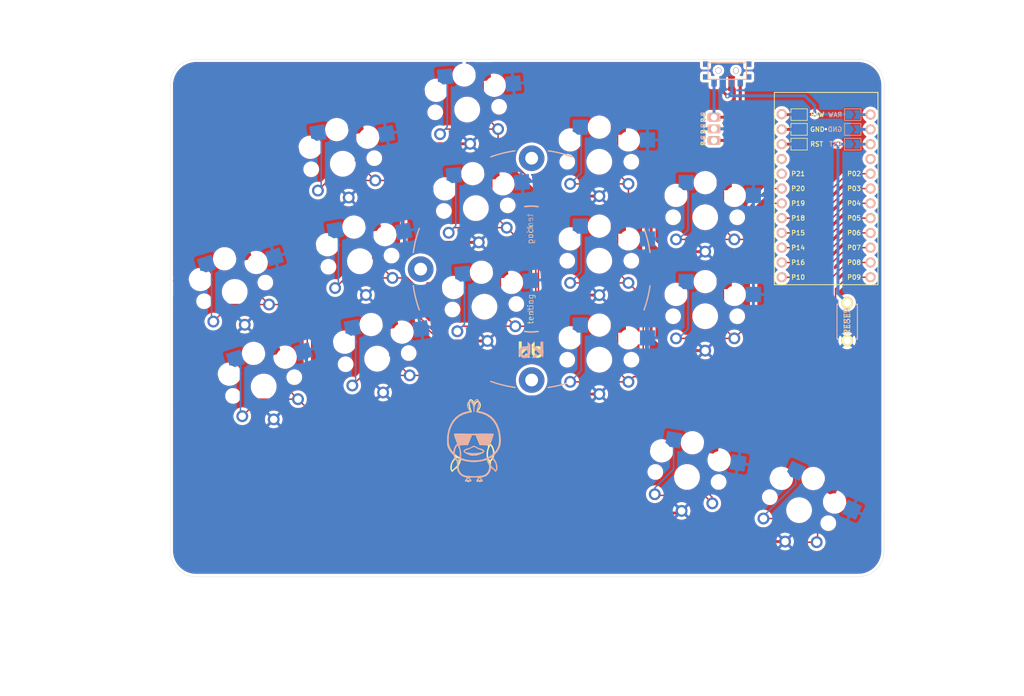
<source format=kicad_pcb>
(kicad_pcb (version 20211014) (generator pcbnew)
  (title_block (title "board") (rev "v1.0.0") (company "Unknown"))
  (layers (0 "F.Cu" signal) (31 "B.Cu" signal) (34 "B.Paste" user) (35 "F.Paste" user) (36 "B.SilkS" user "B.Silkscreen") (37 "F.SilkS" user "F.Silkscreen") (38 "B.Mask" user) (39 "F.Mask" user) (44 "Edge.Cuts" user))
  (net 0 "")
  (net 1 "P6")
  (net 2 "GND")
  (net 3 "P5")
  (net 4 "P4")
  (net 5 "P3")
  (net 6 "P2")
  (net 7 "P18")
  (net 8 "P15")
  (net 9 "P14")
  (net 10 "P16")
  (net 11 "P10")
  (net 12 "P19")
  (net 13 "P20")
  (net 14 "P21")
  (net 15 "P7")
  (net 16 "P8")
  (net 17 "P9")
  (net 18 "RAW")
  (net 19 "RST")
  (net 20 "Braw")
  (footprint "kbd:ResetSW" (layer "F.Cu") (at 157.969791 -77.623254 90)
    (fp_text reference "B1" hide)
    (fp_text value "")
  )
  (footprint "Alaa:choc_hotswap_key" (layer "F.Cu") (at 71.38711 -104.745067 10)
    (fp_text reference "S11" hide)
    (fp_text value "" hide)
  )
  (footprint "Alaa:choc_hotswap_key" (layer "F.Cu") (at 94.221643 -97.114167 5)
    (fp_text reference "S15" hide)
    (fp_text value "" hide)
  )
  (footprint "Alaa:choc_hotswap_key" (layer "F.Cu") (at 115.424791 -88.077254)
    (fp_text reference "S21" hide)
    (fp_text value "" hide)
  )
  (footprint "E73:SPDT_C128955" (layer "F.Cu") (at 137.368406 -120.751838)
    (fp_text reference "T1" hide)
    (fp_text value "" hide)
  )
  (footprint "E73:SPDT_C128955" (layer "F.Cu") (at 137.368406 -120.751838)
    (fp_text reference "T2" hide)
    (fp_text value "" hide)
  )
  (footprint "Alaa:choc_hotswap_key" (layer "F.Cu") (at 133.599495 -95.544491)
    (fp_text reference "S29" hide)
    (fp_text value "" hide)
  )
  (footprint "LOGO" (layer "F.Cu") (at 93.819755 -55.859733)
    (fp_text reference "G***" hide)
    (fp_text value "LOGO" hide)
  )
  (footprint "Alaa:choc_hotswap_key" (layer "F.Cu") (at 149.714791 -45.238254 -24)
    (fp_text reference "S33" hide)
    (fp_text value "" hide)
  )
  (footprint "Alaa:choc_hotswap_key" (layer "F.Cu") (at 77.291148 -71.261603 10)
    (fp_text reference "S7" hide)
    (fp_text value "" hide)
  )
  (footprint "lib:bat" (layer "F.Cu") (at 135.109791 -110.738254 -90)
    (fp_text reference "PAD1" hide)
    (fp_text value "" hide)
  )
  (footprint "Alaa:choc_hotswap_key" (layer "F.Cu") (at 52.842259 -82.729963 17)
    (fp_text reference "S5" hide)
    (fp_text value "" hide)
  )
  (footprint "Alaa:choc_hotswap_key" (layer "F.Cu") (at 133.599495 -78.544491)
    (fp_text reference "S27" hide)
    (fp_text value "" hide)
  )
  (footprint "Alaa:choc_hotswap_key" (layer "F.Cu") (at 74.339129 -88.003335 10)
    (fp_text reference "S9" hide)
    (fp_text value "" hide)
  )
  (footprint "Alaa:choc_hotswap_key" (layer "F.Cu") (at 95.703291 -80.178857 5)
    (fp_text reference "S13" hide)
    (fp_text value "" hide)
  )
  (footprint "Alaa:choc_hotswap_key" (layer "F.Cu") (at 92.739996 -114.049477 5)
    (fp_text reference "S17" hide)
    (fp_text value "" hide)
  )
  (footprint "Alaa:choc_hotswap_key" (layer "F.Cu") (at 130.476118 -50.937009 -9)
    (fp_text reference "S31" hide)
    (fp_text value "" hide)
  )
  (footprint "ProMicro" (layer "F.Cu") (at 154.357213 -99.213254 -90)
    (fp_text reference "MCU1" hide)
    (fp_text value "" hide)
  )
  (footprint "Alaa:choc_hotswap_key" (layer "F.Cu") (at 57.812578 -66.472782 17)
    (fp_text reference "S3" hide)
    (fp_text value "" hide)
  )
  (footprint "Alaa:Tenting_Puck_3_Holes" (layer "F.Cu") (at 103.810924 -86.640254)
    (fp_text reference "REF**")
    (fp_text value "Tenting Puck")
  )
  (footprint "Alaa:choc_hotswap_key" (layer "F.Cu") (at 115.424791 -105.077254)
    (fp_text reference "S23" hide)
    (fp_text value "" hide)
  )
  (footprint "Alaa:choc_hotswap_key" (layer "F.Cu") (at 115.424791 -71.077254)
    (fp_text reference "S19" hide)
    (fp_text value "" hide)
  )
  (footprint "LOGO" (layer "B.Cu") (at 93.98 -55.88 180)
    (fp_text reference "G***" hide)
    (fp_text value "LOGO" hide)
  )
  (gr_line (start 164.316185 -38.254903) (end 164.319791 -118.263254) (layer "Edge.Cuts") (width 0.05))
  (gr_arc (start 46.209791 -33.808254) (mid 43.066701 -35.110164) (end 41.764791 -38.253254) (layer "Edge.Cuts") (width 0.05))
  (gr_arc (start 159.874791 -122.708254) (mid 163.017881 -121.406344) (end 164.319791 -118.263254) (layer "Edge.Cuts") (width 0.05))
  (gr_line (start 46.209791 -33.808254) (end 159.871185 -33.809903) (layer "Edge.Cuts") (width 0.05))
  (gr_line (start 41.761149 -118.266118) (end 41.764791 -38.253254) (layer "Edge.Cuts") (width 0.05))
  (gr_line (start 159.874791 -122.708254) (end 46.206149 -122.711118) (layer "Edge.Cuts") (width 0.05))
  (gr_arc (start 41.761149 -118.266118) (mid 43.063059 -121.409208) (end 46.206149 -122.711118) (layer "Edge.Cuts") (width 0.05))
  (gr_arc (start 164.316185 -38.254903) (mid 163.014275 -35.111813) (end 159.871185 -33.809903) (layer "Edge.Cuts") (width 0.05))
  (segment (start 65.297412 -69.322588) (end 65.297412 -78.74) (width 0.25) (layer "F.Cu") (net 1))
  (segment (start 119.874808 -60.292774) (end 109.514989 -60.292774) (width 0.25) (layer "F.Cu") (net 1))
  (segment (start 58.734795 -80.557863) (end 52.095465 -80.557863) (width 0.25) (layer "F.Cu") (net 1))
  (segment (start 106.339988 -63.467774) (end 101.640989 -63.467774) (width 0.25) (layer "F.Cu") (net 1))
  (segment (start 89.562066 -72.037521) (end 81.024544 -63.5) (width 0.25) (layer "F.Cu") (net 1))
  (segment (start 54.234545 -89.377494) (end 54.234545 -85.058113) (width 0.25) (layer "F.Cu") (net 1))
  (segment (start 52.095465 -80.557863) (end 49.171748 -77.634146) (width 0.25) (layer "F.Cu") (net 1))
  (segment (start 65.297412 -78.74) (end 63.479549 -80.557863) (width 0.25) (layer "F.Cu") (net 1))
  (segment (start 54.234545 -85.058113) (end 58.734795 -80.557863) (width 0.25) (layer "F.Cu") (net 1))
  (segment (start 157.969791 -92.863254) (end 154.628374 -89.521837) (width 0.25) (layer "F.Cu") (net 1))
  (segment (start 161.977213 -92.863254) (end 157.969791 -92.863254) (width 0.25) (layer "F.Cu") (net 1))
  (segment (start 109.514989 -60.292774) (end 106.339988 -63.467774) (width 0.25) (layer "F.Cu") (net 1))
  (segment (start 124.592825 -65.010791) (end 119.874808 -60.292774) (width 0.25) (layer "F.Cu") (net 1))
  (segment (start 71.12 -63.5) (end 65.297412 -69.322588) (width 0.25) (layer "F.Cu") (net 1))
  (segment (start 154.628374 -89.521837) (end 154.628374 -72.346106) (width 0.25) (layer "F.Cu") (net 1))
  (segment (start 147.293059 -65.010791) (end 124.592825 -65.010791) (width 0.25) (layer "F.Cu") (net 1))
  (segment (start 81.024544 -63.5) (end 71.12 -63.5) (width 0.25) (layer "F.Cu") (net 1))
  (segment (start 63.479549 -80.557863) (end 58.734795 -80.557863) (width 0.25) (layer "F.Cu") (net 1))
  (segment (start 154.628374 -72.346106) (end 147.293059 -65.010791) (width 0.25) (layer "F.Cu") (net 1))
  (segment (start 101.640989 -63.467774) (end 93.071241 -72.037521) (width 0.25) (layer "F.Cu") (net 1))
  (segment (start 93.071241 -72.037521) (end 89.562066 -72.037521) (width 0.25) (layer "F.Cu") (net 1))
  (segment (start 47.655954 -88.184596) (end 48.856953 -86.983597) (width 0.25) (layer "B.Cu") (net 1))
  (segment (start 48.856953 -86.983597) (end 48.856953 -78.356283) (width 0.25) (layer "B.Cu") (net 1))
  (segment (start 122.409791 -55.455499) (end 122.889627 -55.935335) (width 0.5) (layer "F.Cu") (net 2))
  (segment (start 141.459791 -49.809121) (end 143.680465 -52.029795) (width 0.5) (layer "F.Cu") (net 2))
  (segment (start 108.167264 -73.809781) (end 107.149791 -74.827254) (width 0.5) (layer "F.Cu") (net 2))
  (segment (start 63.384822 -105.421809) (end 62.586645 -106.219986) (width 0.5) (layer "F.Cu") (net 2))
  (segment (start 96.21751 -74.301308) (end 89.760656 -74.301308) (width 0.5) (layer "F.Cu") (net 2))
  (segment (start 133.599495 -89.644491) (end 127.233116 -89.644491) (width 0.5) (layer "F.Cu") (net 2))
  (segment (start 63.384822 -100.80225) (end 63.384822 -105.421809) (width 0.5) (layer "F.Cu") (net 2))
  (segment (start 127.872013 -72.644491) (end 125.324495 -75.192009) (width 0.5) (layer "F.Cu") (net 2))
  (segment (start 75.363653 -82.192969) (end 74.347654 -81.17697) (width 0.5) (layer "F.Cu") (net 2))
  (segment (start 115.424791 -65.177254) (end 109.829464 -65.177254) (width 0.5) (layer "F.Cu") (net 2))
  (segment (start 125.324495 -91.553112) (end 125.324495 -99.294491) (width 0.5) (layer "F.Cu") (net 2))
  (segment (start 108.167264 -66.839454) (end 108.167264 -73.809781) (width 0.5) (layer "F.Cu") (net 2))
  (segment (start 62.586645 -106.219986) (end 62.586645 -107.001157) (width 0.5) (layer "F.Cu") (net 2))
  (segment (start 66.26837 -97.918702) (end 63.384822 -100.80225) (width 0.5) (layer "F.Cu") (net 2))
  (segment (start 74.347654 -81.17697) (end 68.485407 -81.17697) (width 0.5) (layer "F.Cu") (net 2))
  (segment (start 71.813295 -64.435238) (end 68.490683 -67.75785) (width 0.5) (layer "F.Cu") (net 2))
  (segment (start 141.459791 -42.698254) (end 141.459791 -49.809121) (width 0.5) (layer "F.Cu") (net 2))
  (segment (start 89.760656 -74.301308) (end 87.132946 -76.929018) (width 0.5) (layer "F.Cu") (net 2))
  (segment (start 109.829464 -65.177254) (end 108.167264 -66.839454) (width 0.5) (layer "F.Cu") (net 2))
  (segment (start 49.917361 -65.987885) (end 48.802762 -67.102484) (width 0.5) (layer "F.Cu") (net 2))
  (segment (start 59.537571 -60.830584) (end 58.196209 -59.489222) (width 0.5) (layer "F.Cu") (net 2))
  (segment (start 77.299673 -64.435238) (end 71.813295 -64.435238) (width 0.5) (layer "F.Cu") (net 2))
  (segment (start 115.424791 -82.177254) (end 108.987449 -82.177254) (width 0.5) (layer "F.Cu") (net 2))
  (segment (start 124.609447 -44.744455) (end 122.409791 -46.944111) (width 0.5) (layer "F.Cu") (net 2))
  (segment (start 78.315672 -65.451237) (end 77.299673 -64.435238) (width 0.5) (layer "F.Cu") (net 2))
  (segment (start 58.196209 -59.489222) (end 53.137791 -59.489222) (width 0.5) (layer "F.Cu") (net 2))
  (segment (start 71.395635 -97.918702) (end 66.26837 -97.918702) (width 0.5) (layer "F.Cu") (net 2))
  (segment (start 53.137791 -59.489222) (end 49.917361 -62.709652) (width 0.5) (layer "F.Cu") (net 2))
  (segment (start 115.424791 -99.177254) (end 109.579975 -99.177254) (width 0.5) (layer "F.Cu") (net 2))
  (segment (start 133.599495 -72.644491) (end 127.872013 -72.644491) (width 0.5) (layer "F.Cu") (net 2))
  (segment (start 86.601289 -108.171928) (end 86.570217 -108.140856) (width 0.5) (layer "F.Cu") (net 2))
  (segment (start 93.254215 -108.171928) (end 86.601289 -108.171928) (width 0.5) (layer "F.Cu") (net 2))
  (segment (start 68.485407 -81.17697) (end 65.538664 -84.123713) (width 0.5) (layer "F.Cu") (net 2))
  (segment (start 85.651298 -93.599163) (end 85.651298 -100.128683) (width 0.5) (layer "F.Cu") (net 2))
  (segment (start 65.538664 -84.123713) (end 65.538664 -90.259425) (width 0.5) (layer "F.Cu") (net 2))
  (segment (start 48.802762 -67.102484) (end 48.802762 -67.639549) (width 0.5) (layer "F.Cu") (net 2))
  (segment (start 147.315045 -39.848335) (end 144.30971 -39.848335) (width 0.5) (layer "F.Cu") (net 2))
  (segment (start 154.256703 -110.643254) (end 150.44369 -110.643254) (width 0.5) (layer "F.Cu") (net 2))
  (segment (start 122.409791 -46.944111) (end 122.409791 -55.455499) (width 0.5) (layer "F.Cu") (net 2))
  (segment (start 108.167264 -74.406264) (end 107.149791 -75.423737) (width 0.5) (layer "F.Cu") (net 2))
  (segment (start 109.579975 -99.177254) (end 107.14979 -101.607439) (width 0.5) (layer "F.Cu") (net 2))
  (segment (start 94.735862 -91.236618) (end 88.013843 -91.236618) (width 0.5) (layer "F.Cu") (net 2))
  (segment (start 48.232895 -75.218284) (end 44.864298 -78.586881) (width 0.5) (layer "F.Cu") (net 2))
  (segment (start 87.132946 -76.929018) (end 87.132946 -83.193373) (width 0.5) (layer "F.Cu") (net 2))
  (segment (start 129.187964 -44.744455) (end 124.609447 -44.744455) (width 0.5) (layer "F.Cu") (net 2))
  (segment (start 88.013843 -91.236618) (end 85.651298 -93.599163) (width 0.5) (layer "F.Cu") (net 2))
  (segment (start 108.987449 -82.177254) (end 107.149791 -84.014912) (width 0.5) (layer "F.Cu") (net 2))
  (segment (start 154.304587 -110.691138) (end 154.256703 -110.643254) (width 0.5) (layer "F.Cu") (net 2))
  (segment (start 127.233116 -89.644491) (end 125.324495 -91.553112) (width 0.5) (layer "F.Cu") (net 2))
  (segment (start 44.864298 -78.586881) (end 44.864298 -82.864875) (width 0.5) (layer "F.Cu") (net 2))
  (segment (start 86.570217 -108.140856) (end 84.169651 -110.541422) (width 0.5) (layer "F.Cu") (net 2))
  (segment (start 144.30971 -39.848335) (end 141.459791 -42.698254) (width 0.5) (layer "F.Cu") (net 2))
  (segment (start 54.567252 -77.087765) (end 52.697771 -75.218284) (width 0.5) (layer "F.Cu") (net 2))
  (segment (start 72.411634 -98.934701) (end 71.395635 -97.918702) (width 0.5) (layer "F.Cu") (net 2))
  (segment (start 107.149791 -84.014912) (end 107.14979 -91.827254) (width 0.5) (layer "F.Cu") (net 2))
  (segment (start 68.490683 -67.75785) (end 68.490683 -73.517693) (width 0.5) (layer "F.Cu") (net 2))
  (segment (start 52.697771 -75.218284) (end 48.232895 -75.218284) (width 0.5) (layer "F.Cu") (net 2))
  (segment (start 44.864298 -82.864875) (end 43.832443 -83.89673) (width 0.5) (layer "F.Cu") (net 2))
  (segment (start 49.917361 -62.709652) (end 49.917361 -65.987885) (width 0.5) (layer "F.Cu") (net 2))
  (segment (start 129.553156 -45.109647) (end 129.187964 -44.744455) (width 0.5) (layer "F.Cu") (net 2))
  (segment (start 125.324495 -75.192009) (end 125.324495 -82.294491) (width 0.5) (layer "F.Cu") (net 2))
  (segment (start 107.14979 -101.607439) (end 107.14979 -108.827254) (width 0.5) (layer "F.Cu") (net 2))
  (segment (start 84.169651 -110.541422) (end 84.169651 -117.063993) (width 0.5) (layer "F.Cu") (net 2))
  (via (at 154.304587 -110.691138) (size 0.8) (drill 0.4) (layers "F.Cu" "B.Cu") (net 2))
  (segment (start 154.329345 -110.66638) (end 154.352471 -110.643254) (width 0.5) (layer "B.Cu") (net 2))
  (segment (start 154.304587 -110.691138) (end 152.841907 -110.691138) (width 0.5) (layer "B.Cu") (net 2))
  (segment (start 152.841907 -110.691138) (end 148.444791 -115.088254) (width 0.5) (layer "B.Cu") (net 2))
  (segment (start 138.379791 -110.738254) (end 135.109791 -110.738254) (width 0.5) (layer "B.Cu") (net 2))
  (segment (start 154.352471 -110.643254) (end 158.19369 -110.643254) (width 0.5) (layer "B.Cu") (net 2))
  (segment (start 142.729791 -115.088254) (end 138.379791 -110.738254) (width 0.5) (layer "B.Cu") (net 2))
  (segment (start 148.444791 -115.088254) (end 142.729791 -115.088254) (width 0.5) (layer "B.Cu") (net 2))
  (segment (start 154.178854 -80.140845) (end 154.159791 -80.159908) (width 0.25) (layer "F.Cu") (net 3))
  (segment (start 85.2764 -68.387574) (end 89.375869 -72.487041) (width 0.25) (layer "F.Cu") (net 3))
  (segment (start 109.701187 -60.742294) (end 119.688611 -60.742294) (width 0.25) (layer "F.Cu") (net 3))
  (segment (start 154.159791 -80.159908) (end 154.159791 -91.593254) (width 0.25) (layer "F.Cu") (net 3))
  (segment (start 101.827187 -63.917294) (end 106.526186 -63.917294) (width 0.25) (layer "F.Cu") (net 3))
  (segment (start 93.25744 -72.487041) (end 101.827187 -63.917294) (width 0.25) (layer "F.Cu") (net 3))
  (segment (start 124.406628 -65.460311) (end 147.106862 -65.460311) (width 0.25) (layer "F.Cu") (net 3))
  (segment (start 79.483187 -71.779437) (end 82.87505 -68.387574) (width 0.25) (layer "F.Cu") (net 3))
  (segment (start 119.688611 -60.742294) (end 124.406628 -65.460311) (width 0.25) (layer "F.Cu") (net 3))
  (segment (start 82.87505 -68.387574) (end 74.763453 -68.387574) (width 0.25) (layer "F.Cu") (net 3))
  (segment (start 147.106862 -65.460311) (end 154.178854 -72.532303) (width 0.25) (layer "F.Cu") (net 3))
  (segment (start 79.483187 -77.689907) (end 79.483187 -71.779437) (width 0.25) (layer "F.Cu") (net 3))
  (segment (start 74.763453 -68.387574) (end 73.026972 -66.651093) (width 0.25) (layer "F.Cu") (net 3))
  (segment (start 157.969791 -95.403254) (end 161.977213 -95.403254) (width 0.25) (layer "F.Cu") (net 3))
  (segment (start 106.526186 -63.917294) (end 109.701187 -60.742294) (width 0.25) (layer "F.Cu") (net 3))
  (segment (start 82.87505 -68.387574) (end 85.2764 -68.387574) (width 0.25) (layer "F.Cu") (net 3))
  (segment (start 154.178854 -72.532303) (end 154.178854 -80.140845) (width 0.25) (layer "F.Cu") (net 3))
  (segment (start 154.159791 -91.593254) (end 157.969791 -95.403254) (width 0.25) (layer "F.Cu") (net 3))
  (segment (start 89.375869 -72.487041) (end 93.25744 -72.487041) (width 0.25) (layer "F.Cu") (net 3))
  (segment (start 73.59045 -67.214571) (end 73.026972 -66.651093) (width 0.25) (layer "B.Cu") (net 3))
  (segment (start 73.032696 -76.552511) (end 73.59045 -75.994757) (width 0.25) (layer "B.Cu") (net 3))
  (segment (start 73.59045 -75.994757) (end 73.59045 -67.214571) (width 0.25) (layer "B.Cu") (net 3))
  (segment (start 84.38648 -82.617802) (end 84.38648 -77.933067) (width 0.25) (layer "F.Cu") (net 4))
  (segment (start 84.38648 -77.933067) (end 89.382986 -72.936561) (width 0.25) (layer "F.Cu") (net 4))
  (segment (start 76.531168 -88.521169) (end 79.923031 -85.129306) (width 0.25) (layer "F.Cu") (net 4))
  (segment (start 76.531168 -94.431639) (end 76.531168 -88.521169) (width 0.25) (layer "F.Cu") (net 4))
  (segment (start 119.50241 -61.191814) (end 124.220427 -65.909831) (width 0.25) (layer "F.Cu") (net 4))
  (segment (start 81.874976 -85.129306) (end 84.38648 -82.617802) (width 0.25) (layer "F.Cu") (net 4))
  (segment (start 102.013385 -64.366814) (end 106.712384 -64.366814) (width 0.25) (layer "F.Cu") (net 4))
  (segment (start 93.443638 -72.936561) (end 102.013385 -64.366814) (width 0.25) (layer "F.Cu") (net 4))
  (segment (start 79.923031 -85.129306) (end 81.874976 -85.129306) (width 0.25) (layer "F.Cu") (net 4))
  (segment (start 157.969791 -97.943254) (end 161.977213 -97.943254) (width 0.25) (layer "F.Cu") (net 4))
  (segment (start 153.698572 -72.687741) (end 153.698572 -93.672035) (width 0.25) (layer "F.Cu") (net 4))
  (segment (start 79.923031 -85.129306) (end 71.811434 -85.129306) (width 0.25) (layer "F.Cu") (net 4))
  (segment (start 153.698572 -93.672035) (end 157.969791 -97.943254) (width 0.25) (layer "F.Cu") (net 4))
  (segment (start 106.712384 -64.366814) (end 109.887385 -61.191814) (width 0.25) (layer "F.Cu") (net 4))
  (segment (start 71.811434 -85.129306) (end 70.074953 -83.392825) (width 0.25) (layer "F.Cu") (net 4))
  (segment (start 124.220427 -65.909831) (end 146.920664 -65.909831) (width 0.25) (layer "F.Cu") (net 4))
  (segment (start 109.887385 -61.191814) (end 119.50241 -61.191814) (width 0.25) (layer "F.Cu") (net 4))
  (segment (start 89.382986 -72.936561) (end 93.443638 -72.936561) (width 0.25) (layer "F.Cu") (net 4))
  (segment (start 146.920664 -65.909831) (end 153.698572 -72.687741) (width 0.25) (layer "F.Cu") (net 4))
  (segment (start 70.638431 -83.956303) (end 70.074953 -83.392825) (width 0.25) (layer "B.Cu") (net 4))
  (segment (start 70.638431 -92.736489) (end 70.638431 -83.956303) (width 0.25) (layer "B.Cu") (net 4))
  (segment (start 70.080677 -93.294243) (end 70.638431 -92.736489) (width 0.25) (layer "B.Cu") (net 4))
  (segment (start 68.859415 -101.871038) (end 67.122934 -100.134557) (width 0.25) (layer "F.Cu") (net 5))
  (segment (start 153.249052 -95.762515) (end 157.969791 -100.483254) (width 0.25) (layer "F.Cu") (net 5))
  (segment (start 110.073583 -61.641334) (end 119.316213 -61.641334) (width 0.25) (layer "F.Cu") (net 5))
  (segment (start 73.579149 -111.173371) (end 73.579149 -105.262901) (width 0.25) (layer "F.Cu") (net 5))
  (segment (start 153.249052 -72.873938) (end 153.249052 -95.762515) (width 0.25) (layer "F.Cu") (net 5))
  (segment (start 89.569184 -73.386081) (end 93.629836 -73.386081) (width 0.25) (layer "F.Cu") (net 5))
  (segment (start 119.316213 -61.641334) (end 124.03423 -66.359351) (width 0.25) (layer "F.Cu") (net 5))
  (segment (start 124.03423 -66.359351) (end 146.734466 -66.359351) (width 0.25) (layer "F.Cu") (net 5))
  (segment (start 84.836 -82.804) (end 84.836 -78.119265) (width 0.25) (layer "F.Cu") (net 5))
  (segment (start 76.971012 -101.871038) (end 68.859415 -101.871038) (width 0.25) (layer "F.Cu") (net 5))
  (segment (start 81.858703 -85.781297) (end 84.836 -82.804) (width 0.25) (layer "F.Cu") (net 5))
  (segment (start 81.858703 -99.573497) (end 81.858703 -85.781297) (width 0.25) (layer "F.Cu") (net 5))
  (segment (start 84.836 -78.119265) (end 89.569184 -73.386081) (width 0.25) (layer "F.Cu") (net 5))
  (segment (start 76.971012 -101.871038) (end 79.561162 -101.871038) (width 0.25) (layer "F.Cu") (net 5))
  (segment (start 93.629836 -73.386081) (end 102.199583 -64.816334) (width 0.25) (layer "F.Cu") (net 5))
  (segment (start 73.579149 -105.262901) (end 76.971012 -101.871038) (width 0.25) (layer "F.Cu") (net 5))
  (segment (start 157.969791 -100.483254) (end 161.977213 -100.483254) (width 0.25) (layer "F.Cu") (net 5))
  (segment (start 102.199583 -64.816334) (end 106.898581 -64.816334) (width 0.25) (layer "F.Cu") (net 5))
  (segment (start 106.898581 -64.816334) (end 110.073583 -61.641334) (width 0.25) (layer "F.Cu") (net 5))
  (segment (start 146.734466 -66.359351) (end 153.249052 -72.873938) (width 0.25) (layer "F.Cu") (net 5))
  (segment (start 79.561162 -101.871038) (end 81.858703 -99.573497) (width 0.25) (layer "F.Cu") (net 5))
  (segment (start 67.686412 -100.698035) (end 67.122934 -100.134557) (width 0.25) (layer "B.Cu") (net 5))
  (segment (start 67.128658 -110.035975) (end 67.686412 -109.478221) (width 0.25) (layer "B.Cu") (net 5))
  (segment (start 67.686412 -109.478221) (end 67.686412 -100.698035) (width 0.25) (layer "B.Cu") (net 5))
  (segment (start 123.848033 -66.808871) (end 146.548268 -66.808871) (width 0.25) (layer "F.Cu") (net 6))
  (segment (start 104.07916 -75.594064) (end 104.07916 -73.484347) (width 0.25) (layer "F.Cu") (net 6))
  (segment (start 91.925067 -76.829096) (end 91.053509 -75.957538) (width 0.25) (layer "F.Cu") (net 6))
  (segment (start 152.799532 -73.060135) (end 152.799532 -97.852995) (width 0.25) (layer "F.Cu") (net 6))
  (segment (start 101.015456 -76.829096) (end 98.447252 -79.3973) (width 0.25) (layer "F.Cu") (net 6))
  (segment (start 98.447252 -79.3973) (end 98.447252 -86.391651) (width 0.25) (layer "F.Cu") (net 6))
  (segment (start 106.68 -65.670633) (end 110.259781 -62.090854) (width 0.25) (layer "F.Cu") (net 6))
  (segment (start 101.015456 -76.829096) (end 102.844128 -76.829096) (width 0.25) (layer "F.Cu") (net 6))
  (segment (start 157.969791 -103.023254) (end 161.977213 -103.023254) (width 0.25) (layer "F.Cu") (net 6))
  (segment (start 106.68 -70.883507) (end 106.68 -65.670633) (width 0.25) (layer "F.Cu") (net 6))
  (segment (start 152.799532 -97.852995) (end 157.969791 -103.023254) (width 0.25) (layer "F.Cu") (net 6))
  (segment (start 104.07916 -73.484347) (end 106.68 -70.883507) (width 0.25) (layer "F.Cu") (net 6))
  (segment (start 119.130016 -62.090854) (end 123.848033 -66.808871) (width 0.25) (layer "F.Cu") (net 6))
  (segment (start 146.548268 -66.808871) (end 152.799532 -73.060135) (width 0.25) (layer "F.Cu") (net 6))
  (segment (start 101.015456 -76.829096) (end 91.925067 -76.829096) (width 0.25) (layer "F.Cu") (net 6))
  (segment (start 110.259781 -62.090854) (end 119.130016 -62.090854) (width 0.25) (layer "F.Cu") (net 6))
  (segment (start 102.844128 -76.829096) (end 104.07916 -75.594064) (width 0.25) (layer "F.Cu") (net 6))
  (segment (start 92.270004 -77.174033) (end 91.053509 -75.957538) (width 0.25) (layer "B.Cu") (net 6))
  (segment (start 91.922177 -85.82078) (end 92.270004 -85.472953) (width 0.25) (layer "B.Cu") (net 6))
  (segment (start 92.270004 -85.472953) (end 92.270004 -77.174033) (width 0.25) (layer "B.Cu") (net 6))
  (segment (start 149.079791 -95.403254) (end 146.737213 -95.403254) (width 0.25) (layer "F.Cu") (net 7))
  (segment (start 152.350012 -73.246333) (end 152.350012 -92.133033) (width 0.25) (layer "F.Cu") (net 7))
  (segment (start 107.12952 -65.856833) (end 110.445979 -62.540374) (width 0.25) (layer "F.Cu") (net 7))
  (segment (start 123.661836 -67.258391) (end 146.36207 -67.258391) (width 0.25) (layer "F.Cu") (net 7))
  (segment (start 152.350012 -92.133033) (end 149.079791 -95.403254) (width 0.25) (layer "F.Cu") (net 7))
  (segment (start 146.36207 -67.258391) (end 152.350012 -73.246333) (width 0.25) (layer "F.Cu") (net 7))
  (segment (start 118.943819 -62.540374) (end 123.661836 -67.258391) (width 0.25) (layer "F.Cu") (net 7))
  (segment (start 99.533808 -93.764406) (end 90.443419 -93.764406) (width 0.25) (layer "F.Cu") (net 7))
  (segment (start 104.52868 -88.769534) (end 104.52868 -73.670546) (width 0.25) (layer "F.Cu") (net 7))
  (segment (start 96.965604 -96.33261) (end 99.533808 -93.764406) (width 0.25) (layer "F.Cu") (net 7))
  (segment (start 99.533808 -93.764406) (end 104.52868 -88.769534) (width 0.25) (layer "F.Cu") (net 7))
  (segment (start 104.52868 -73.670546) (end 107.12952 -71.069704) (width 0.25) (layer "F.Cu") (net 7))
  (segment (start 110.445979 -62.540374) (end 118.943819 -62.540374) (width 0.25) (layer "F.Cu") (net 7))
  (segment (start 96.965604 -103.326961) (end 96.965604 -96.33261) (width 0.25) (layer "F.Cu") (net 7))
  (segment (start 107.12952 -71.069704) (end 107.12952 -65.856833) (width 0.25) (layer "F.Cu") (net 7))
  (segment (start 90.443419 -93.764406) (end 89.571861 -92.892848) (width 0.25) (layer "F.Cu") (net 7))
  (segment (start 90.788356 -94.109343) (end 89.571861 -92.892848) (width 0.25) (layer "B.Cu") (net 7))
  (segment (start 90.440529 -102.75609) (end 90.788356 -102.408263) (width 0.25) (layer "B.Cu") (net 7))
  (segment (start 90.788356 -102.408263) (end 90.788356 -94.109343) (width 0.25) (layer "B.Cu") (net 7))
  (segment (start 104.9782 -100.61575) (end 104.9782 -73.856744) (width 0.25) (layer "F.Cu") (net 8))
  (segment (start 149.079791 -92.863254) (end 146.737213 -92.863254) (width 0.25) (layer "F.Cu") (net 8))
  (segment (start 107.57904 -66.043031) (end 110.632177 -62.989894) (width 0.25) (layer "F.Cu") (net 8))
  (segment (start 95.483957 -120.262271) (end 95.483957 -113.26792) (width 0.25) (layer "F.Cu") (net 8))
  (segment (start 110.632177 -62.989894) (end 118.757622 -62.989894) (width 0.25) (layer "F.Cu") (net 8))
  (segment (start 88.961772 -110.699716) (end 88.090214 -109.828158) (width 0.25) (layer "F.Cu") (net 8))
  (segment (start 104.9782 -73.856744) (end 107.57904 -71.255902) (width 0.25) (layer "F.Cu") (net 8))
  (segment (start 98.052161 -110.699716) (end 98.052161 -107.541789) (width 0.25) (layer "F.Cu") (net 8))
  (segment (start 98.052161 -110.699716) (end 88.961772 -110.699716) (width 0.25) (layer "F.Cu") (net 8))
  (segment (start 123.475639 -67.707911) (end 146.175872 -67.707911) (width 0.25) (layer "F.Cu") (net 8))
  (segment (start 98.052161 -107.541789) (end 104.9782 -100.61575) (width 0.25) (layer "F.Cu") (net 8))
  (segment (start 146.175872 -67.707911) (end 151.900492 -73.432531) (width 0.25) (layer "F.Cu") (net 8))
  (segment (start 95.483957 -113.26792) (end 98.052161 -110.699716) (width 0.25) (layer "F.Cu") (net 8))
  (segment (start 107.57904 -71.255902) (end 107.57904 -66.043031) (width 0.25) (layer "F.Cu") (net 8))
  (segment (start 151.900492 -90.042553) (end 149.079791 -92.863254) (width 0.25) (layer "F.Cu") (net 8))
  (segment (start 151.900492 -73.432531) (end 151.900492 -90.042553) (width 0.25) (layer "F.Cu") (net 8))
  (segment (start 118.757622 -62.989894) (end 123.475639 -67.707911) (width 0.25) (layer "F.Cu") (net 8))
  (segment (start 89.306709 -111.044653) (end 88.090214 -109.828158) (width 0.25) (layer "B.Cu") (net 8))
  (segment (start 89.306709 -119.343573) (end 89.306709 -111.044653) (width 0.25) (layer "B.Cu") (net 8))
  (segment (start 88.958882 -119.6914) (end 89.306709 -119.343573) (width 0.25) (layer "B.Cu") (net 8))
  (segment (start 148.190791 -90.323254) (end 151.450972 -87.063073) (width 0.25) (layer "F.Cu") (net 9))
  (segment (start 120.424791 -67.277254) (end 110.424791 -67.277254) (width 0.25) (layer "F.Cu") (net 9))
  (segment (start 146.737213 -90.323254) (end 148.190791 -90.323254) (width 0.25) (layer "F.Cu") (net 9))
  (segment (start 118.55027 -76.877733) (end 118.55027 -69.151775) (width 0.25) (layer "F.Cu") (net 9))
  (segment (start 145.989674 -68.157431) (end 121.304968 -68.157431) (width 0.25) (layer "F.Cu") (net 9))
  (segment (start 151.450972 -87.063073) (end 151.450972 -73.618729) (width 0.25) (layer "F.Cu") (net 9))
  (segment (start 118.55027 -69.151775) (end 120.424791 -67.277254) (width 0.25) (layer "F.Cu") (net 9))
  (segment (start 121.304968 -68.157431) (end 120.424791 -67.277254) (width 0.25) (layer "F.Cu") (net 9))
  (segment (start 151.450972 -73.618729) (end 145.989674 -68.157431) (width 0.25) (layer "F.Cu") (net 9))
  (segment (start 118.699791 -77.027254) (end 118.55027 -76.877733) (width 0.25) (layer "F.Cu") (net 9))
  (segment (start 112.299312 -77.420712) (end 112.299312 -69.151775) (width 0.25) (layer "B.Cu") (net 9))
  (segment (start 112.299312 -69.151775) (end 110.424791 -67.277254) (width 0.25) (layer "B.Cu") (net 9))
  (segment (start 118.55027 -86.151775) (end 120.424791 -84.277254) (width 0.25) (layer "F.Cu") (net 10))
  (segment (start 149.079791 -87.783254) (end 146.737213 -87.783254) (width 0.25) (layer "F.Cu") (net 10))
  (segment (start 110.424791 -84.277254) (end 120.424791 -84.277254) (width 0.25) (layer "F.Cu") (net 10))
  (segment (start 122.966194 -81.735851) (end 122.966194 -69.25978) (width 0.25) (layer "F.Cu") (net 10))
  (segment (start 145.814835 -68.61831) (end 151.001452 -73.804926) (width 0.25) (layer "F.Cu") (net 10))
  (segment (start 118.55027 -93.877733) (end 118.55027 -86.151775) (width 0.25) (layer "F.Cu") (net 10))
  (segment (start 120.424791 -84.277254) (end 122.966194 -81.735851) (width 0.25) (layer "F.Cu") (net 10))
  (segment (start 151.001452 -85.861593) (end 149.079791 -87.783254) (width 0.25) (layer "F.Cu") (net 10))
  (segment (start 123.607665 -68.61831) (end 145.814835 -68.61831) (width 0.25) (layer "F.Cu") (net 10))
  (segment (start 118.699791 -94.027254) (end 118.55027 -93.877733) (width 0.25) (layer "F.Cu") (net 10))
  (segment (start 151.001452 -73.804926) (end 151.001452 -85.861593) (width 0.25) (layer "F.Cu") (net 10))
  (segment (start 122.966194 -69.25978) (end 123.607665 -68.61831) (width 0.25) (layer "F.Cu") (net 10))
  (segment (start 112.299312 -94.420712) (end 112.299312 -86.151775) (width 0.25) (layer "B.Cu") (net 10))
  (segment (start 112.299312 -86.151775) (end 110.424791 -84.277254) (width 0.25) (layer "B.Cu") (net 10))
  (segment (start 123.793862 -69.06783) (end 123.415714 -69.445978) (width 0.25) (layer "F.Cu") (net 11))
  (segment (start 118.55027 -110.877733) (end 118.55027 -103.151775) (width 0.25) (layer "F.Cu") (net 11))
  (segment (start 150.551932 -83.771113) (end 150.551932 -73.991124) (width 0.25) (layer "F.Cu") (net 11))
  (segment (start 123.415714 -95.540331) (end 120.424791 -98.531254) (width 0.25) (layer "F.Cu") (net 11))
  (segment (start 149.079791 -85.243254) (end 150.551932 -83.771113) (width 0.25) (layer "F.Cu") (net 11))
  (segment (start 120.424791 -101.277254) (end 110.424791 -101.277254) (width 0.25) (layer "F.Cu") (net 11))
  (segment (start 145.628638 -69.06783) (end 123.793862 -69.06783) (width 0.25) (layer "F.Cu") (net 11))
  (segment (start 118.699791 -111.027254) (end 118.55027 -110.877733) (width 0.25) (layer "F.Cu") (net 11))
  (segment (start 150.551932 -73.991124) (end 145.628638 -69.06783) (width 0.25) (layer "F.Cu") (net 11))
  (segment (start 123.415714 -69.445978) (end 123.415714 -95.540331) (width 0.25) (layer "F.Cu") (net 11))
  (segment (start 146.737213 -85.243254) (end 149.079791 -85.243254) (width 0.25) (layer "F.Cu") (net 11))
  (segment (start 120.424791 -98.531254) (end 120.424791 -101.277254) (width 0.25) (layer "F.Cu") (net 11))
  (segment (start 118.55027 -103.151775) (end 120.424791 -101.277254) (width 0.25) (layer "F.Cu") (net 11))
  (segment (start 112.299312 -103.151775) (end 110.424791 -101.277254) (width 0.25) (layer "B.Cu") (net 11))
  (segment (start 112.299312 -111.420712) (end 112.299312 -103.151775) (width 0.25) (layer "B.Cu") (net 11))
  (segment (start 141.922106 -94.722569) (end 145.142791 -97.943254) (width 0.25) (layer "F.Cu") (net 12))
  (segment (start 136.724974 -76.619012) (end 136.724974 -84.34497) (width 0.25) (layer "F.Cu") (net 12))
  (segment (start 138.599495 -74.744491) (end 141.922106 -78.067102) (width 0.25) (layer "F.Cu") (net 12))
  (segment (start 141.922106 -78.067102) (end 141.922106 -94.722569) (width 0.25) (layer "F.Cu") (net 12))
  (segment (start 138.599495 -74.744491) (end 136.724974 -76.619012) (width 0.25) (layer "F.Cu") (net 12))
  (segment (start 136.724974 -84.34497) (end 136.874495 -84.494491) (width 0.25) (layer "F.Cu") (net 12))
  (segment (start 145.142791 -97.943254) (end 146.737213 -97.943254) (width 0.25) (layer "F.Cu") (net 12))
  (segment (start 128.599495 -74.744491) (end 138.599495 -74.744491) (width 0.25) (layer "F.Cu") (net 12))
  (segment (start 130.654161 -76.367747) (end 128.45992 -74.173506) (width 0.25) (layer "B.Cu") (net 12))
  (segment (start 130.654161 -83.454265) (end 130.654161 -76.367747) (width 0.25) (layer "B.Cu") (net 12))
  (segment (start 130.18492 -83.923506) (end 130.654161 -83.454265) (width 0.25) (layer "B.Cu") (net 12))
  (segment (start 141.472586 -97.575049) (end 144.380791 -100.483254) (width 0.25) (layer "F.Cu") (net 13))
  (segment (start 144.380791 -100.483254) (end 146.737213 -100.483254) (width 0.25) (layer "F.Cu") (net 13))
  (segment (start 136.724974 -93.619012) (end 136.724974 -101.34497) (width 0.25) (layer "F.Cu") (net 13))
  (segment (start 136.724974 -101.34497) (end 136.874495 -101.494491) (width 0.25) (layer "F.Cu") (net 13))
  (segment (start 138.599495 -91.744491) (end 136.724974 -93.619012) (width 0.25) (layer "F.Cu") (net 13))
  (segment (start 138.599495 -91.744491) (end 140.309764 -91.744491) (width 0.25) (layer "F.Cu") (net 13))
  (segment (start 140.309764 -91.744491) (end 141.472586 -92.907313) (width 0.25) (layer "F.Cu") (net 13))
  (segment (start 128.599495 -91.744491) (end 138.599495 -91.744491) (width 0.25) (layer "F.Cu") (net 13))
  (segment (start 141.472586 -92.907313) (end 141.472586 -97.575049) (width 0.25) (layer "F.Cu") (net 13))
  (segment (start 130.654161 -100.454265) (end 130.654161 -93.367747) (width 0.25) (layer "B.Cu") (net 13))
  (segment (start 129.030905 -91.744491) (end 128.599495 -91.744491) (width 0.25) (layer "B.Cu") (net 13))
  (segment (start 130.654161 -93.367747) (end 129.030905 -91.744491) (width 0.25) (layer "B.Cu") (net 13))
  (segment (start 130.18492 -100.923506) (end 130.654161 -100.454265) (width 0.25) (layer "B.Cu") (net 13))
  (segment (start 89.748263 -71.588001) (end 81.210741 -63.05048) (width 0.25) (layer "F.Cu") (net 15))
  (segment (start 92.885044 -71.588001) (end 89.748263 -71.588001) (width 0.25) (layer "F.Cu") (net 15))
  (segment (start 59.204864 -68.800932) (end 63.705114 -64.300682) (width 0.25) (layer "F.Cu") (net 15))
  (segment (start 147.479256 -64.561271) (end 124.779023 -64.561271) (width 0.25) (layer "F.Cu") (net 15))
  (segment (start 155.077894 -87.431357) (end 155.077894 -72.159908) (width 0.25) (layer "F.Cu") (net 15))
  (segment (start 109.328791 -59.843254) (end 106.153791 -63.018254) (width 0.25) (layer "F.Cu") (net 15))
  (segment (start 157.969791 -90.323254) (end 155.077894 -87.431357) (width 0.25) (layer "F.Cu") (net 15))
  (segment (start 120.061006 -59.843254) (end 109.328791 -59.843254) (width 0.25) (layer "F.Cu") (net 15))
  (segment (start 101.454791 -63.018254) (end 92.885044 -71.588001) (width 0.25) (layer "F.Cu") (net 15))
  (segment (start 63.705114 -64.300682) (end 57.065784 -64.300682) (width 0.25) (layer "F.Cu") (net 15))
  (segment (start 64.955316 -63.05048) (end 63.705114 -64.300682) (width 0.25) (layer "F.Cu") (net 15))
  (segment (start 57.065784 -64.300682) (end 54.142067 -61.376965) (width 0.25) (layer "F.Cu") (net 15))
  (segment (start 124.779023 -64.561271) (end 120.061006 -59.843254) (width 0.25) (layer "F.Cu") (net 15))
  (segment (start 81.210741 -63.05048) (end 64.955316 -63.05048) (width 0.25) (layer "F.Cu") (net 15))
  (segment (start 59.204864 -73.120313) (end 59.204864 -68.800932) (width 0.25) (layer "F.Cu") (net 15))
  (segment (start 106.153791 -63.018254) (end 101.454791 -63.018254) (width 0.25) (layer "F.Cu") (net 15))
  (segment (start 161.977213 -90.323254) (end 157.969791 -90.323254) (width 0.25) (layer "F.Cu") (net 15))
  (segment (start 155.077894 -72.159908) (end 147.479256 -64.561271) (width 0.25) (layer "F.Cu") (net 15))
  (segment (start 52.626273 -71.927415) (end 53.827272 -70.726416) (width 0.25) (layer "B.Cu") (net 15))
  (segment (start 53.827272 -70.726416) (end 53.827272 -62.099102) (width 0.25) (layer "B.Cu") (net 15))
  (segment (start 134.820109 -47.432936) (end 134.820109 -46.401621) (width 0.25) (layer "F.Cu") (net 16))
  (segment (start 133.839791 -48.413254) (end 134.820109 -47.432936) (width 0.25) (layer "F.Cu") (net 16))
  (segment (start 161.977213 -87.783254) (end 157.969791 -87.783254) (width 0.25) (layer "F.Cu") (net 16))
  (segment (start 125.130937 -47.778254) (end 124.943226 -47.965965) (width 0.25) (layer "F.Cu") (net 16))
  (segment (start 155.527414 -71.97371) (end 147.665453 -64.111751) (width 0.25) (layer "F.Cu") (net 16))
  (segment (start 147.665453 -64.111751) (end 140.648288 -64.111751) (width 0.25) (layer "F.Cu") (net 16))
  (segment (start 134.820109 -46.401621) (end 133.443476 -47.778254) (width 0.25) (layer "F.Cu") (net 16))
  (segment (start 140.648288 -64.111751) (end 134.641582 -58.105045) (width 0.25) (layer "F.Cu") (net 16))
  (segment (start 133.443476 -47.778254) (end 125.130937 -47.778254) (width 0.25) (layer "F.Cu") (net 16))
  (segment (start 134.641583 -56.301431) (end 133.839791 -55.499639) (width 0.25) (layer "F.Cu") (net 16))
  (segment (start 133.839791 -55.499639) (end 133.839791 -48.413254) (width 0.25) (layer "F.Cu") (net 16))
  (segment (start 134.641582 -58.105045) (end 134.641582 -56.301432) (width 0.25) (layer "F.Cu") (net 16))
  (segment (start 155.527414 -85.340877) (end 155.527414 -71.97371) (width 0.25) (layer "F.Cu") (net 16))
  (segment (start 157.969791 -87.783254) (end 155.527414 -85.340877) (width 0.25) (layer "F.Cu") (net 16))
  (segment (start 124.943226 -49.041689) (end 124.943226 -47.965965) (width 0.25) (layer "B.Cu") (net 16))
  (segment (start 128.172224 -52.270687) (end 124.943226 -49.041689) (width 0.25) (layer "B.Cu") (net 16))
  (segment (start 128.172224 -57.326077) (end 128.172224 -52.270687) (width 0.25) (layer "B.Cu") (net 16))
  (segment (start 157.969791 -85.243254) (end 155.976934 -83.250397) (width 0.25) (layer "F.Cu") (net 17))
  (segment (start 155.976934 -83.250397) (end 155.976934 -71.787512) (width 0.25) (layer "F.Cu") (net 17))
  (segment (start 155.126735 -49.341787) (end 152.889791 -47.104843) (width 0.25) (layer "F.Cu") (net 17))
  (segment (start 161.977213 -85.243254) (end 157.969791 -85.243254) (width 0.25) (layer "F.Cu") (net 17))
  (segment (start 152.889791 -39.88597) (end 152.736919 -39.733098) (width 0.25) (layer "F.Cu") (net 17))
  (segment (start 155.126735 -70.937314) (end 155.126735 -49.341787) (width 0.25) (layer "F.Cu") (net 17))
  (segment (start 150.774947 -39.733098) (end 146.707581 -43.800464) (width 0.25) (layer "F.Cu") (net 17))
  (segment (start 152.736919 -39.733098) (end 150.774947 -39.733098) (width 0.25) (layer "F.Cu") (net 17))
  (segment (start 146.707581 -43.800464) (end 143.601465 -43.800464) (width 0.25) (layer "F.Cu") (net 17))
  (segment (start 152.889791 -47.104843) (end 152.889791 -39.88597) (width 0.25) (layer "F.Cu") (net 17))
  (segment (start 155.976934 -71.787512) (end 155.126735 -70.937314) (width 0.25) (layer "F.Cu") (net 17))
  (segment (start 149.143013 -52.005911) (end 149.143013 -49.746476) (width 0.25) (layer "B.Cu") (net 17))
  (segment (start 149.143013 -49.746476) (end 143.601465 -44.204928) (width 0.25) (layer "B.Cu") (net 17))
  (segment (start 143.601465 -44.204928) (end 143.601465 -43.800464) (width 0.25) (layer "B.Cu") (net 17))
  (segment (start 152.372041 -113.225896) (end 150.419502 -113.225896) (width 0.5) (layer "F.Cu") (net 18))
  (segment (start 136.618406 -117.166566) (end 137.420433 -116.364539) (width 0.5) (layer "F.Cu") (net 18))
  (segment (start 152.4 -113.253855) (end 152.372041 -113.225896) (width 0.5) (layer "F.Cu") (net 18))
  (segment (start 136.618406 -118.676838) (end 136.618406 -117.166566) (width 0.5) (layer "F.Cu") (net 18))
  (via (at 152.4 -113.253855) (size 0.8) (drill 0.4) (layers "F.Cu" "B.Cu") (net 18))
  (via (at 137.420433 -116.364539) (size 0.8) (drill 0.4) (layers "F.Cu" "B.Cu") (net 18))
  (segment (start 158.19369 -113.183254) (end 158.123089 -113.253855) (width 0.5) (layer "B.Cu") (net 18))
  (segment (start 158.123089 -113.253855) (end 152.4 -113.253855) (width 0.5) (layer "B.Cu") (net 18))
  (segment (start 138.169791 -117.113928) (end 137.471818 -116.415955) (width 0.5) (layer "B.Cu") (net 18))
  (segment (start 152.4 -114.73345) (end 152.4 -113.253855) (width 0.5) (layer "B.Cu") (net 18))
  (segment (start 137.471818 -116.415955) (end 150.717495 -116.415955) (width 0.5) (layer "B.Cu") (net 18))
  (segment (start 150.717495 -116.415955) (end 152.4 -114.73345) (width 0.5) (layer "B.Cu") (net 18))
  (segment (start 138.169791 -118.728254) (end 138.169791 -117.113928) (width 0.5) (layer "B.Cu") (net 18))
  (segment (start 150.466332 -108.125896) (end 150.44369 -108.103254) (width 0.5) (layer "F.Cu") (net 19))
  (segment (start 156.389782 -108.147058) (end 156.36862 -108.125896) (width 0.5) (layer "F.Cu") (net 19))
  (segment (start 156.36862 -108.125896) (end 150.466332 -108.125896) (width 0.5) (layer "F.Cu") (net 19))
  (via (at 156.389782 -108.147058) (size 0.8) (drill 0.4) (layers "F.Cu" "B.Cu") (net 19))
  (segment (start 157.969791 -80.873254) (end 156.389782 -82.453263) (width 0.5) (layer "B.Cu") (net 19))
  (segment (start 156.433586 -108.103254) (end 158.19369 -108.103254) (width 0.5) (layer "B.Cu") (net 19))
  (segment (start 156.389782 -108.147058) (end 156.433586 -108.103254) (width 0.5) (layer "B.Cu") (net 19))
  (segment (start 156.389782 -82.453263) (end 156.389782 -108.147058) (width 0.5) (layer "B.Cu") (net 19))
  (segment (start 138.231091 -112.738254) (end 135.109791 -112.738254) (width 0.5) (layer "F.Cu") (net 20))
  (segment (start 137.649791 -108.738254) (end 135.109791 -108.738254) (width 0.5) (layer "F.Cu") (net 20))
  (segment (start 139.618406 -110.706869) (end 137.649791 -108.738254) (width 0.5) (layer "F.Cu") (net 20))
  (segment (start 139.618406 -114.125569) (end 138.231091 -112.738254) (width 0.5) (layer "F.Cu") (net 20))
  (segment (start 139.618406 -118.676838) (end 139.618406 -114.125569) (width 0.5) (layer "F.Cu") (net 20))
  (segment (start 139.618406 -118.676838) (end 139.618406 -110.706869) (width 0.5) (layer "F.Cu") (net 20))
  (segment (start 135.118406 -112.746869) (end 135.109791 -112.738254) (width 0.5) (layer "B.Cu") (net 20))
  (segment (start 135.118406 -118.676838) (end 135.118406 -112.746869) (width 0.5) (layer "B.Cu") (net 20))
  (zone (net 0) (net_name "") (layer "F.Cu") (connect_pads (clearance 0.508)) (min_thickness 0.254) (fill yes (thermal_gap 0.508) (thermal_bridge_width 0.508))
    (polygon (pts (xy 176.511791 -127.788254) (xy 176.765791 -127.788254) (xy 175.495791 -28.601254) (xy 22.333791 -27.331254) (xy 24.619791 -130.201254)))
  )
  (zone (net 2) (net_name "GND") (layer "B.Cu") (connect_pads (clearance 0.508)) (min_thickness 0.254) (fill yes (thermal_gap 0.508) (thermal_bridge_width 0.508))
    (polygon (pts (xy 185.274791 -132.868254) (xy 188.341 -13.2842) (xy 15.094791 -16.028254) (xy 12.554791 -132.868254) (xy 86.7918 -132.868254)))
  )
)
</source>
